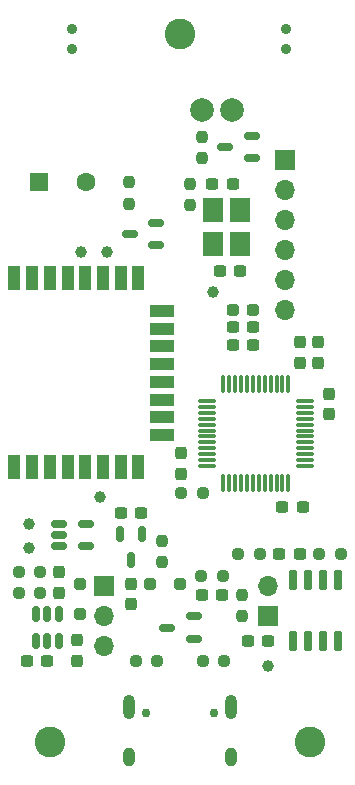
<source format=gts>
%TF.GenerationSoftware,KiCad,Pcbnew,7.0.7*%
%TF.CreationDate,2023-11-27T18:28:25+03:00*%
%TF.ProjectId,Alatyr,416c6174-7972-42e6-9b69-6361645f7063,rev?*%
%TF.SameCoordinates,PX6422c40PY6146580*%
%TF.FileFunction,Soldermask,Top*%
%TF.FilePolarity,Negative*%
%FSLAX46Y46*%
G04 Gerber Fmt 4.6, Leading zero omitted, Abs format (unit mm)*
G04 Created by KiCad (PCBNEW 7.0.7) date 2023-11-27 18:28:25*
%MOMM*%
%LPD*%
G01*
G04 APERTURE LIST*
G04 Aperture macros list*
%AMRoundRect*
0 Rectangle with rounded corners*
0 $1 Rounding radius*
0 $2 $3 $4 $5 $6 $7 $8 $9 X,Y pos of 4 corners*
0 Add a 4 corners polygon primitive as box body*
4,1,4,$2,$3,$4,$5,$6,$7,$8,$9,$2,$3,0*
0 Add four circle primitives for the rounded corners*
1,1,$1+$1,$2,$3*
1,1,$1+$1,$4,$5*
1,1,$1+$1,$6,$7*
1,1,$1+$1,$8,$9*
0 Add four rect primitives between the rounded corners*
20,1,$1+$1,$2,$3,$4,$5,0*
20,1,$1+$1,$4,$5,$6,$7,0*
20,1,$1+$1,$6,$7,$8,$9,0*
20,1,$1+$1,$8,$9,$2,$3,0*%
G04 Aperture macros list end*
%ADD10RoundRect,0.237500X0.237500X-0.287500X0.237500X0.287500X-0.237500X0.287500X-0.237500X-0.287500X0*%
%ADD11RoundRect,0.237500X0.237500X-0.300000X0.237500X0.300000X-0.237500X0.300000X-0.237500X-0.300000X0*%
%ADD12RoundRect,0.237500X-0.250000X-0.237500X0.250000X-0.237500X0.250000X0.237500X-0.250000X0.237500X0*%
%ADD13RoundRect,0.237500X0.287500X0.237500X-0.287500X0.237500X-0.287500X-0.237500X0.287500X-0.237500X0*%
%ADD14C,1.000000*%
%ADD15RoundRect,0.237500X0.300000X0.237500X-0.300000X0.237500X-0.300000X-0.237500X0.300000X-0.237500X0*%
%ADD16RoundRect,0.150000X-0.150000X0.512500X-0.150000X-0.512500X0.150000X-0.512500X0.150000X0.512500X0*%
%ADD17R,1.600000X1.600000*%
%ADD18C,1.600000*%
%ADD19RoundRect,0.150000X0.512500X0.150000X-0.512500X0.150000X-0.512500X-0.150000X0.512500X-0.150000X0*%
%ADD20C,2.000000*%
%ADD21RoundRect,0.237500X-0.300000X-0.237500X0.300000X-0.237500X0.300000X0.237500X-0.300000X0.237500X0*%
%ADD22RoundRect,0.150000X-0.512500X-0.150000X0.512500X-0.150000X0.512500X0.150000X-0.512500X0.150000X0*%
%ADD23RoundRect,0.075000X-0.075000X0.662500X-0.075000X-0.662500X0.075000X-0.662500X0.075000X0.662500X0*%
%ADD24RoundRect,0.075000X-0.662500X0.075000X-0.662500X-0.075000X0.662500X-0.075000X0.662500X0.075000X0*%
%ADD25RoundRect,0.237500X-0.237500X0.300000X-0.237500X-0.300000X0.237500X-0.300000X0.237500X0.300000X0*%
%ADD26R,1.800000X2.100000*%
%ADD27RoundRect,0.250000X-0.250000X-0.250000X0.250000X-0.250000X0.250000X0.250000X-0.250000X0.250000X0*%
%ADD28C,2.600000*%
%ADD29R,1.700000X1.700000*%
%ADD30O,1.700000X1.700000*%
%ADD31RoundRect,0.237500X0.250000X0.237500X-0.250000X0.237500X-0.250000X-0.237500X0.250000X-0.237500X0*%
%ADD32RoundRect,0.150000X-0.150000X0.725000X-0.150000X-0.725000X0.150000X-0.725000X0.150000X0.725000X0*%
%ADD33RoundRect,0.237500X-0.237500X0.250000X-0.237500X-0.250000X0.237500X-0.250000X0.237500X0.250000X0*%
%ADD34R,1.000000X2.000000*%
%ADD35R,2.000000X1.000000*%
%ADD36RoundRect,0.250000X-0.250000X0.250000X-0.250000X-0.250000X0.250000X-0.250000X0.250000X0.250000X0*%
%ADD37RoundRect,0.237500X0.237500X-0.250000X0.237500X0.250000X-0.237500X0.250000X-0.237500X-0.250000X0*%
%ADD38C,0.900000*%
%ADD39C,0.750000*%
%ADD40O,1.000000X1.600000*%
%ADD41O,1.000000X2.100000*%
G04 APERTURE END LIST*
D10*
%TO.C,L2*%
X4325000Y10875000D03*
X4325000Y12625000D03*
%TD*%
D11*
%TO.C,C17*%
X23157500Y36112500D03*
X23157500Y37837500D03*
%TD*%
D12*
%TO.C,R8*%
X14812500Y18045000D03*
X16637500Y18045000D03*
%TD*%
D13*
%TO.C,L1*%
X19230000Y40625000D03*
X17480000Y40625000D03*
%TD*%
D14*
%TO.C,TP6*%
X6225000Y24775000D03*
%TD*%
D15*
%TO.C,C20*%
X9737500Y23375000D03*
X8012500Y23375000D03*
%TD*%
D16*
%TO.C,DA3*%
X2755000Y14862500D03*
X1805000Y14862500D03*
X855000Y14862500D03*
X855000Y12587500D03*
X1805000Y12587500D03*
X2755000Y12587500D03*
%TD*%
D17*
%TO.C,HA1*%
X1080723Y51395000D03*
D18*
X5080723Y51395000D03*
%TD*%
D12*
%TO.C,R12*%
X-627500Y18387500D03*
X1197500Y18387500D03*
%TD*%
D19*
%TO.C,VT1*%
X14190352Y12742500D03*
X14190352Y14642500D03*
X11915352Y13692500D03*
%TD*%
D20*
%TO.C,M1*%
X17425000Y57500100D03*
X14925000Y57500100D03*
%TD*%
D21*
%TO.C,C8*%
X17492500Y39125000D03*
X19217500Y39125000D03*
%TD*%
D14*
%TO.C,TP7*%
X225000Y20425000D03*
%TD*%
D12*
%TO.C,R2*%
X9262500Y10905000D03*
X11087500Y10905000D03*
%TD*%
D22*
%TO.C,DD2*%
X2787770Y22500000D03*
X2787770Y21550000D03*
X2787770Y20600000D03*
X5062770Y20600000D03*
X5062770Y22500000D03*
%TD*%
D23*
%TO.C,DD1*%
X22195000Y34287500D03*
X21695000Y34287500D03*
X21195000Y34287500D03*
X20695000Y34287500D03*
X20195000Y34287500D03*
X19695000Y34287500D03*
X19195000Y34287500D03*
X18695000Y34287500D03*
X18195000Y34287500D03*
X17695000Y34287500D03*
X17195000Y34287500D03*
X16695000Y34287500D03*
D24*
X15282500Y32875000D03*
X15282500Y32375000D03*
X15282500Y31875000D03*
X15282500Y31375000D03*
X15282500Y30875000D03*
X15282500Y30375000D03*
X15282500Y29875000D03*
X15282500Y29375000D03*
X15282500Y28875000D03*
X15282500Y28375000D03*
X15282500Y27875000D03*
X15282500Y27375000D03*
D23*
X16695000Y25962500D03*
X17195000Y25962500D03*
X17695000Y25962500D03*
X18195000Y25962500D03*
X18695000Y25962500D03*
X19195000Y25962500D03*
X19695000Y25962500D03*
X20195000Y25962500D03*
X20695000Y25962500D03*
X21195000Y25962500D03*
X21695000Y25962500D03*
X22195000Y25962500D03*
D24*
X23607500Y27375000D03*
X23607500Y27875000D03*
X23607500Y28375000D03*
X23607500Y28875000D03*
X23607500Y29375000D03*
X23607500Y29875000D03*
X23607500Y30375000D03*
X23607500Y30875000D03*
X23607500Y31375000D03*
X23607500Y31875000D03*
X23607500Y32375000D03*
X23607500Y32875000D03*
%TD*%
D25*
%TO.C,C13*%
X25625000Y33500000D03*
X25625000Y31775000D03*
%TD*%
D16*
%TO.C,DA2*%
X9825000Y21650000D03*
X7925000Y21650000D03*
X8875000Y19375000D03*
%TD*%
D21*
%TO.C,C9*%
X15772500Y51275000D03*
X17497500Y51275000D03*
%TD*%
D26*
%TO.C,ZQ1*%
X18105000Y46135000D03*
X18105000Y49035000D03*
X15805000Y49035000D03*
X15805000Y46135000D03*
%TD*%
D27*
%TO.C,VD2*%
X10525270Y17425000D03*
X13025270Y17425000D03*
%TD*%
D28*
%TO.C,H2*%
X2000000Y3970000D03*
%TD*%
D11*
%TO.C,C18*%
X8875000Y15700000D03*
X8875000Y17425000D03*
%TD*%
D29*
%TO.C,XP2*%
X21925000Y53325000D03*
D30*
X21925000Y50785000D03*
X21925000Y48245000D03*
X21925000Y45705000D03*
X21925000Y43165000D03*
X21925000Y40625000D03*
%TD*%
D31*
%TO.C,R3*%
X19797500Y19905000D03*
X17972500Y19905000D03*
%TD*%
D11*
%TO.C,C15*%
X13105000Y26712500D03*
X13105000Y28437500D03*
%TD*%
D14*
%TO.C,TP1*%
X6825000Y45525000D03*
%TD*%
D32*
%TO.C,DA1*%
X26395000Y17745000D03*
X25125000Y17745000D03*
X23855000Y17745000D03*
X22585000Y17745000D03*
X22585000Y12595000D03*
X23855000Y12595000D03*
X25125000Y12595000D03*
X26395000Y12595000D03*
%TD*%
D11*
%TO.C,C12*%
X24725000Y36112500D03*
X24725000Y37837500D03*
%TD*%
%TO.C,C21*%
X2745000Y16662500D03*
X2745000Y18387500D03*
%TD*%
D33*
%TO.C,R7*%
X18279642Y16467500D03*
X18279642Y14642500D03*
%TD*%
D34*
%TO.C,U1*%
X-1000000Y27300000D03*
X500000Y27300000D03*
X2000000Y27300000D03*
X3500000Y27300000D03*
X5000000Y27300000D03*
X6500000Y27300000D03*
X8000000Y27300000D03*
X9500000Y27300000D03*
D35*
X11500000Y30000000D03*
X11500000Y31500000D03*
X11500000Y33000000D03*
X11500000Y34500000D03*
X11500000Y36000000D03*
X11500000Y37500000D03*
X11500000Y39000000D03*
X11500000Y40500000D03*
D34*
X9500000Y43300000D03*
X8000000Y43300000D03*
X6500000Y43300000D03*
X5000000Y43300000D03*
X3500000Y43300000D03*
X2000000Y43300000D03*
X500000Y43300000D03*
X-1000000Y43300000D03*
%TD*%
D19*
%TO.C,VT3*%
X11025000Y46091200D03*
X11025000Y47991200D03*
X8750000Y47041200D03*
%TD*%
D33*
%TO.C,R10*%
X11525270Y21030000D03*
X11525270Y19205000D03*
%TD*%
D31*
%TO.C,R1*%
X16787500Y10905000D03*
X14962500Y10905000D03*
%TD*%
D33*
%TO.C,R6*%
X13835000Y51275000D03*
X13835000Y49450000D03*
%TD*%
D21*
%TO.C,C5*%
X21422500Y19905000D03*
X23147500Y19905000D03*
%TD*%
%TO.C,C10*%
X17492500Y37625000D03*
X19217500Y37625000D03*
%TD*%
D36*
%TO.C,VD3*%
X4525000Y17362500D03*
X4525000Y14862500D03*
%TD*%
D15*
%TO.C,C11*%
X20475000Y12595000D03*
X18750000Y12595000D03*
%TD*%
D31*
%TO.C,R9*%
X14930000Y25092500D03*
X13105000Y25092500D03*
%TD*%
D28*
%TO.C,H3*%
X24000000Y3970000D03*
%TD*%
D14*
%TO.C,TP2*%
X4625000Y45525000D03*
%TD*%
D19*
%TO.C,VT2*%
X19125000Y53437600D03*
X19125000Y55337600D03*
X16850000Y54387600D03*
%TD*%
D15*
%TO.C,C14*%
X23420000Y23875000D03*
X21695000Y23875000D03*
%TD*%
%TO.C,C7*%
X18105000Y43875000D03*
X16380000Y43875000D03*
%TD*%
D14*
%TO.C,TP4*%
X20475000Y10425000D03*
%TD*%
D31*
%TO.C,R5*%
X26650000Y19905000D03*
X24825000Y19905000D03*
%TD*%
D28*
%TO.C,H1*%
X13000000Y63970000D03*
%TD*%
D14*
%TO.C,TP3*%
X15825000Y42075000D03*
%TD*%
D21*
%TO.C,C19*%
X80000Y10875000D03*
X1805000Y10875000D03*
%TD*%
D37*
%TO.C,R14*%
X8725000Y49570000D03*
X8725000Y51395000D03*
%TD*%
D21*
%TO.C,C16*%
X14862500Y16467500D03*
X16587500Y16467500D03*
%TD*%
D37*
%TO.C,R11*%
X14925000Y53437600D03*
X14925000Y55262600D03*
%TD*%
D31*
%TO.C,R13*%
X1197500Y16662500D03*
X-627500Y16662500D03*
%TD*%
D14*
%TO.C,TP5*%
X225000Y22475000D03*
%TD*%
D29*
%TO.C,XP1*%
X20475000Y14655000D03*
D30*
X20475000Y17195000D03*
%TD*%
D29*
%TO.C,XP3*%
X6575000Y17175000D03*
D30*
X6575000Y14635000D03*
X6575000Y12095000D03*
%TD*%
D38*
%TO.C,SW1*%
X3900000Y62670000D03*
X3900000Y64370000D03*
%TD*%
%TO.C,SW2*%
X22000000Y64370000D03*
X22000000Y62670000D03*
%TD*%
D39*
%TO.C,XS1*%
X15890000Y6430000D03*
X10110000Y6430000D03*
D40*
X17320000Y2750000D03*
D41*
X17320000Y6930000D03*
D40*
X8680000Y2750000D03*
D41*
X8680000Y6930000D03*
%TD*%
M02*

</source>
